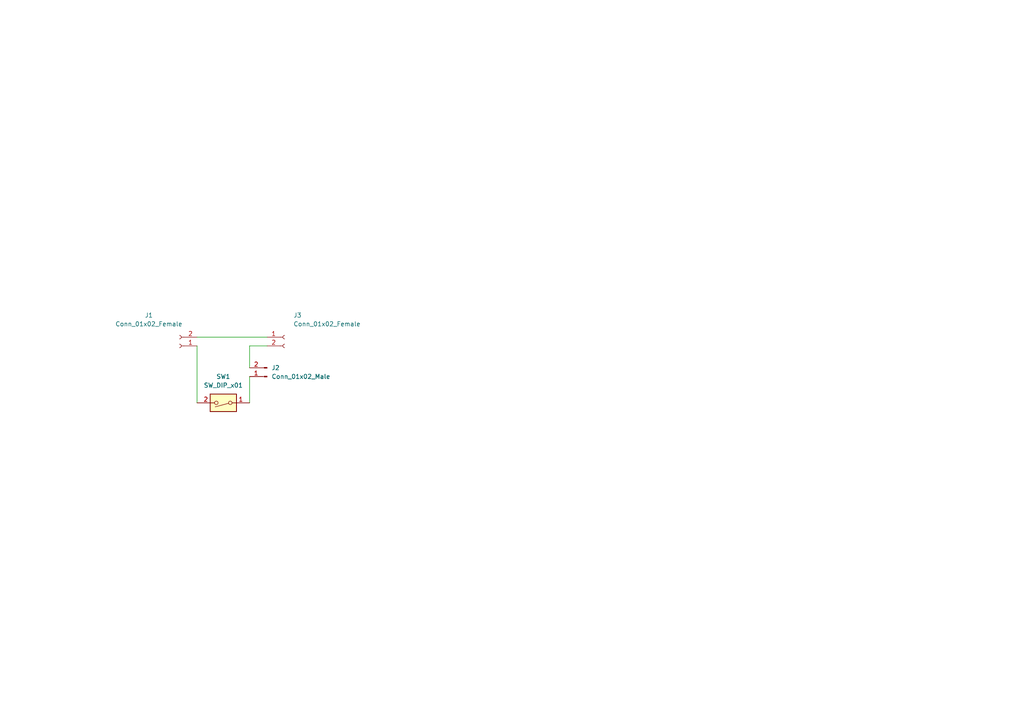
<source format=kicad_sch>
(kicad_sch (version 20211123) (generator eeschema)
  (paper "A4")
  (lib_symbols
    (symbol "Connector:Conn_01x02_Female" (pin_names (offset 1.016) hide)
      (property "Reference" "J" (at 0 2.54 0))
      (property "Value" "Conn_01x02_Female" (at 0 -5.08 0))
      (symbol "Conn_01x02_Female_1_1"
        (arc (start 0 -2.032) (mid -0.508 -2.54) (end 0 -3.048) (stroke (width 0.1524)))
        (polyline (pts (xy -1.27 -2.54) (xy -0.508 -2.54)) (stroke (width 0.1524)))
        (polyline (pts (xy -1.27 0) (xy -0.508 0)) (stroke (width 0.1524)))
        (arc (start 0 0.508) (mid -0.508 0) (end 0 -0.508) (stroke (width 0.1524)))
        (pin passive line (at -5.08 0 0) (length 3.81) (name "Pin_1") (number "1"))
        (pin passive line (at -5.08 -2.54 0) (length 3.81) (name "Pin_2") (number "2"))
      )
    )
    (symbol "Connector:Conn_01x02_Male" (pin_names (offset 1.016) hide)
      (property "Reference" "J" (at 0 2.54 0))
      (property "Value" "Conn_01x02_Male" (at 0 -5.08 0))
      (symbol "Conn_01x02_Male_1_1"
        (polyline (pts (xy 1.27 -2.54) (xy 0.8636 -2.54)) (stroke (width 0.1524)))
        (polyline (pts (xy 1.27 0) (xy 0.8636 0)) (stroke (width 0.1524)))
        (rectangle (start 0.8636 -2.413) (end 0 -2.667) (stroke (width 0.1524)) (fill (type outline)))
        (rectangle (start 0.8636 0.127) (end 0 -0.127) (stroke (width 0.1524)) (fill (type outline)))
        (pin passive line (at 5.08 0 180) (length 3.81) (name "Pin_1") (number "1"))
        (pin passive line (at 5.08 -2.54 180) (length 3.81) (name "Pin_2") (number "2"))
      )
    )
    (symbol "Switch:SW_DIP_x01" (pin_names (offset 0) hide)
      (property "Reference" "SW" (at 0 3.81 0))
      (property "Value" "SW_DIP_x01" (at 0 -3.81 0))
      (symbol "SW_DIP_x01_0_0"
        (circle (center -2.032 0) (radius 0.508))
        (polyline (pts (xy -1.524 0.127) (xy 2.3622 1.1684)))
        (circle (center 2.032 0) (radius 0.508))
      )
      (symbol "SW_DIP_x01_0_1"
        (rectangle (start -3.81 2.54) (end 3.81 -2.54) (stroke (width 0.254)) (fill (type background)))
      )
      (symbol "SW_DIP_x01_1_1"
        (pin passive line (at -7.62 0 0) (length 5.08) (name "~") (number "1"))
        (pin passive line (at 7.62 0 180) (length 5.08) (name "~") (number "2"))
      )
    )
  )
  (wire (pts (xy 77.47 100.33) (xy 72.39 100.33)))
  (wire (pts (xy 57.15 100.33) (xy 57.15 116.84)))
  (wire (pts (xy 72.39 116.84) (xy 72.39 109.22)))
  (wire (pts (xy 72.39 100.33) (xy 72.39 106.68)))
  (wire (pts (xy 57.15 97.79) (xy 77.47 97.79)))
  (symbol (lib_id "Connector:Conn_01x02_Female") (at 82.55 97.79 0) (unit 1)
    (property "Reference" "J3" (at 85.09 91.44 0) (effects (justify left)))
    (property "Value" "Conn_01x02_Female" (at 85.09 93.98 0) (effects (justify left)))
    (property "Footprint" "Connector_PinSocket_2.54mm:PinSocket_1x02_P2.54mm_Vertical" (effects hide))
  )
  (symbol (lib_id "Connector:Conn_01x02_Male") (at 77.47 109.22 180) (unit 1)
    (property "Reference" "J2" (at 78.74 106.6799 0) (effects (justify right)))
    (property "Value" "Conn_01x02_Male" (at 78.74 109.2199 0) (effects (justify right)))
    (property "Footprint" "Connector_PinSocket_2.54mm:PinSocket_1x02_P2.54mm_Vertical" (effects hide))
  )
  (symbol (lib_id "Connector:Conn_01x02_Female") (at 52.07 100.33 180) (unit 1)
    (property "Reference" "J1" (at 43.18 91.44 0))
    (property "Value" "Conn_01x02_Female" (at 43.18 93.98 0))
    (property "Footprint" "Connector_PinSocket_2.54mm:PinSocket_1x02_P2.54mm_Vertical" (effects hide))
  )
  (symbol (lib_id "Switch:SW_DIP_x01") (at 64.77 116.84 180) (unit 1)
    (property "Reference" "SW1" (at 64.77 109.22 0))
    (property "Value" "SW_DIP_x01" (at 64.77 111.76 0))
    (property "Footprint" "KiCad_Library:DS-850k" (effects hide))
  )
)
</source>
